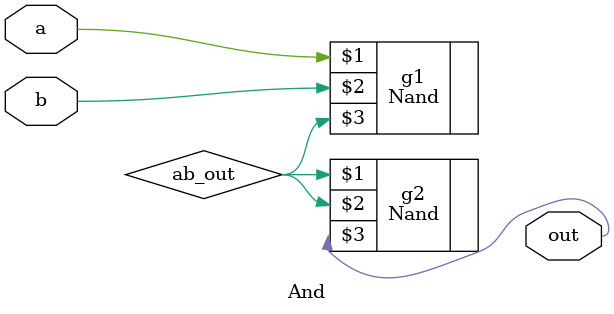
<source format=v>
`ifndef AND_V
`define AND_V
`include "nand.v"
module And(input a, b, output out);
    Nand g1(a, b, ab_out);
    Nand g2(ab_out, ab_out, out);
endmodule
`endif
</source>
